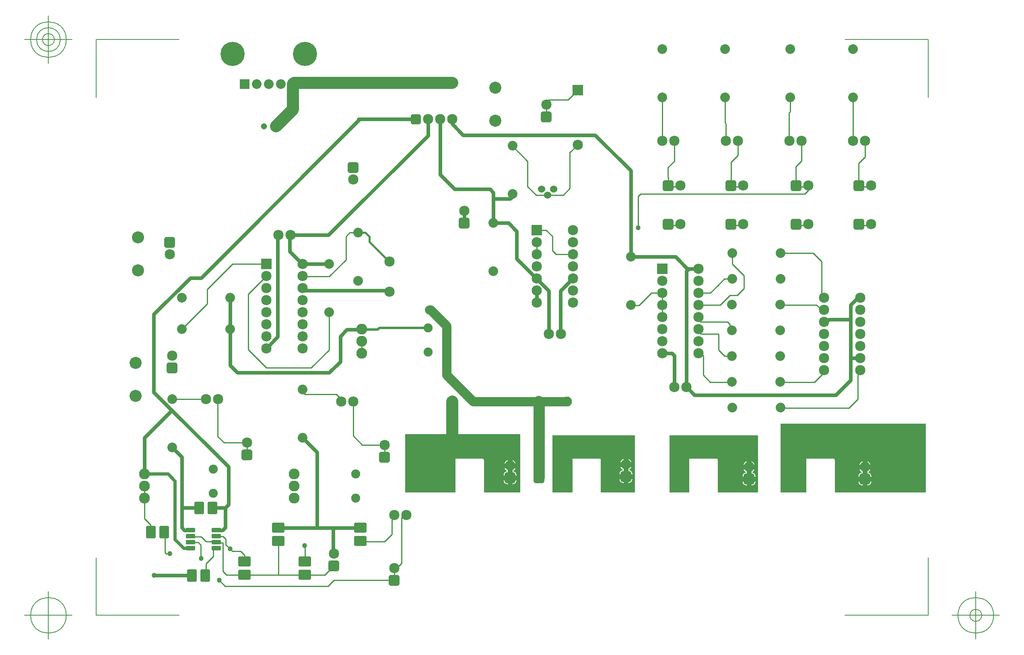
<source format=gbr>
G04 Generated by Ultiboard 14.0 *
%FSLAX25Y25*%
%MOIN*%

%ADD10C,0.00001*%
%ADD11C,0.00005*%
%ADD12C,0.01000*%
%ADD13C,0.03000*%
%ADD14C,0.02700*%
%ADD15C,0.01500*%
%ADD16C,0.10000*%
%ADD17C,0.07781*%
%ADD18C,0.02000*%
%ADD19C,0.09415*%
%ADD20C,0.00500*%
%ADD21C,0.08500*%
%ADD22C,0.08000*%
%ADD23C,0.09000*%
%ADD24R,0.06300X0.08300*%
%ADD25C,0.01900*%
%ADD26R,0.06102X0.02362*%
%ADD27C,0.01200*%
%ADD28C,0.10000*%
%ADD29R,0.05083X0.05083*%
%ADD30C,0.03917*%
%ADD31R,0.08500X0.08500*%
%ADD32C,0.06000*%
%ADD33R,0.08300X0.06300*%
%ADD34R,0.05167X0.05167*%
%ADD35C,0.03333*%
%ADD36C,0.08334*%
%ADD37C,0.05166*%
%ADD38C,0.20000*%
%ADD39R,0.08000X0.08000*%
%ADD40C,0.07500*%
%ADD41C,0.04037*%


G04 ColorRGB 00FF00 for the following layer *
%LNCopper Top*%
%LPD*%
G54D10*
G36*
X588100Y129107D02*
G75*
D01*
G03X587093Y128100I0J-1007*
G01*
X587093Y128100D01*
X587093Y101007D01*
X566000Y101007D01*
X566000Y157900D01*
X686000Y157900D01*
X686000Y101007D01*
X611007Y101007D01*
X611007Y128100D01*
G74*
D01*
G03X610000Y129107I1007J0*
G01*
X610000Y129107D01*
X588100Y129107D01*
D02*
G37*
%LPC*%
G36*
X633459Y106483D02*
X633459Y106483D01*
X634044Y106483D01*
X634044Y110044D01*
X630483Y110044D01*
X630483Y109459D01*
G75*
D01*
G03X633459Y106483I2976J0*
G01*
D02*
G37*
G36*
X638542Y106483D02*
G75*
D01*
G03X641517Y109459I-1J2976*
G01*
X641517Y109459D01*
X641517Y110044D01*
X637956Y110044D01*
X637956Y106483D01*
X638542Y106483D01*
D02*
G37*
G36*
X634000Y112000D02*
G75*
D01*
G03X634000Y112000I2000J0*
G01*
D02*
G37*
G36*
X631089Y123863D02*
X631089Y123863D01*
X634137Y123863D01*
X634137Y126911D01*
G74*
D01*
G03X631089Y123863I1863J4911*
G01*
D02*
G37*
G36*
X637863Y126911D02*
X637863Y126911D01*
X637863Y123863D01*
X640911Y123863D01*
G74*
D01*
G03X637863Y126911I4911J1863*
G01*
D02*
G37*
G36*
X637956Y117125D02*
X637956Y117125D01*
X637956Y113956D01*
X641517Y113956D01*
X641517Y114542D01*
G74*
D01*
G03X638727Y117511I2975J0*
G01*
G74*
D01*
G03X640911Y120137I2727J4489*
G01*
X640911Y120137D01*
X637863Y120137D01*
X637863Y117089D01*
G74*
D01*
G03X637956Y117125I1849J4916*
G01*
D02*
G37*
G36*
X634044Y117125D02*
G74*
D01*
G03X634137Y117089I1942J4880*
G01*
X634137Y117089D01*
X634137Y120137D01*
X631089Y120137D01*
G74*
D01*
G03X633273Y117511I4911J1863*
G01*
G74*
D01*
G03X630483Y114542I184J2968*
G01*
X630483Y114542D01*
X630483Y113956D01*
X634044Y113956D01*
X634044Y117125D01*
D02*
G37*
G36*
X634250Y122000D02*
G75*
D01*
G03X634250Y122000I1750J0*
G01*
D02*
G37*
%LPD*%
G36*
X296493Y128100D02*
G75*
D01*
G02X297500Y129107I1007J0*
G01*
X297500Y129107D01*
X319400Y129107D01*
G74*
D01*
G02X319852Y129000I0J1007*
G01*
X319852Y129000D01*
X320000Y129000D01*
X320000Y128909D01*
G74*
D01*
G02X320407Y128100I600J809*
G01*
X320407Y128100D01*
X320407Y101007D01*
X350000Y101007D01*
X350000Y149000D01*
X255000Y149000D01*
X255000Y101000D01*
X284879Y101000D01*
G75*
D01*
G02X285000Y101007I119J-1000*
G01*
X285000Y101007D01*
X296493Y101007D01*
X296493Y128100D01*
D02*
G37*
%LPC*%
G36*
X339459Y107483D02*
G75*
D01*
G02X336483Y110459I0J2976*
G01*
X336483Y110459D01*
X336483Y111044D01*
X340044Y111044D01*
X340044Y107483D01*
X339459Y107483D01*
D02*
G37*
G36*
X344542Y107483D02*
X344542Y107483D01*
X343956Y107483D01*
X343956Y111044D01*
X347517Y111044D01*
X347517Y110459D01*
G75*
D01*
G02X344542Y107483I-2975J-1*
G01*
D02*
G37*
G36*
X340000Y113000D02*
G75*
D01*
G02X340000Y113000I2000J0*
G01*
D02*
G37*
G36*
X337089Y124863D02*
G74*
D01*
G02X340137Y127911I4911J1863*
G01*
X340137Y127911D01*
X340137Y124863D01*
X337089Y124863D01*
D02*
G37*
G36*
X343863Y127911D02*
G74*
D01*
G02X346911Y124863I1863J4911*
G01*
X346911Y124863D01*
X343863Y124863D01*
X343863Y127911D01*
D02*
G37*
G36*
X343956Y118125D02*
G74*
D01*
G02X343863Y118089I1942J4880*
G01*
X343863Y118089D01*
X343863Y121137D01*
X346911Y121137D01*
G74*
D01*
G02X344727Y118511I4911J1863*
G01*
G74*
D01*
G02X347517Y115542I184J2968*
G01*
X347517Y115542D01*
X347517Y114956D01*
X343956Y114956D01*
X343956Y118125D01*
D02*
G37*
G36*
X340044Y118125D02*
X340044Y118125D01*
X340044Y114956D01*
X336483Y114956D01*
X336483Y115542D01*
G74*
D01*
G02X339273Y118511I2976J1*
G01*
G74*
D01*
G02X337089Y121137I2727J4489*
G01*
X337089Y121137D01*
X340137Y121137D01*
X340137Y118089D01*
G74*
D01*
G02X340044Y118125I1849J4916*
G01*
D02*
G37*
G36*
X340250Y123000D02*
G75*
D01*
G02X340250Y123000I1750J0*
G01*
D02*
G37*
%LPD*%
G36*
X491200Y129107D02*
G75*
D01*
G03X490193Y128100I0J-1007*
G01*
X490193Y128100D01*
X490193Y101007D01*
X474000Y101007D01*
X474000Y148000D01*
X547000Y148000D01*
X547000Y101007D01*
X514107Y101007D01*
X514107Y128100D01*
G74*
D01*
G03X513100Y129107I1007J0*
G01*
X513100Y129107D01*
X491200Y129107D01*
D02*
G37*
%LPC*%
G36*
X537459Y106483D02*
X537459Y106483D01*
X538044Y106483D01*
X538044Y110044D01*
X534483Y110044D01*
X534483Y109459D01*
G75*
D01*
G03X537459Y106483I2976J0*
G01*
D02*
G37*
G36*
X542542Y106483D02*
G75*
D01*
G03X545517Y109459I-1J2976*
G01*
X545517Y109459D01*
X545517Y110044D01*
X541956Y110044D01*
X541956Y106483D01*
X542542Y106483D01*
D02*
G37*
G36*
X538000Y112000D02*
G75*
D01*
G03X538000Y112000I2000J0*
G01*
D02*
G37*
G36*
X535089Y123863D02*
X535089Y123863D01*
X538137Y123863D01*
X538137Y126911D01*
G74*
D01*
G03X535089Y123863I1863J4911*
G01*
D02*
G37*
G36*
X541863Y126911D02*
X541863Y126911D01*
X541863Y123863D01*
X544911Y123863D01*
G74*
D01*
G03X541863Y126911I4911J1863*
G01*
D02*
G37*
G36*
X541956Y117125D02*
X541956Y117125D01*
X541956Y113956D01*
X545517Y113956D01*
X545517Y114542D01*
G74*
D01*
G03X542727Y117511I2975J0*
G01*
G74*
D01*
G03X544911Y120137I2727J4489*
G01*
X544911Y120137D01*
X541863Y120137D01*
X541863Y117089D01*
G74*
D01*
G03X541956Y117125I1849J4916*
G01*
D02*
G37*
G36*
X538044Y117125D02*
G74*
D01*
G03X538137Y117089I1942J4880*
G01*
X538137Y117089D01*
X538137Y120137D01*
X535089Y120137D01*
G74*
D01*
G03X537273Y117511I4911J1863*
G01*
G74*
D01*
G03X534483Y114542I184J2968*
G01*
X534483Y114542D01*
X534483Y113956D01*
X538044Y113956D01*
X538044Y117125D01*
D02*
G37*
G36*
X538250Y122000D02*
G75*
D01*
G03X538250Y122000I1750J0*
G01*
D02*
G37*
%LPD*%
G36*
X394400Y129107D02*
G75*
D01*
G03X393393Y128100I0J-1007*
G01*
X393393Y128100D01*
X393393Y101007D01*
X377000Y101007D01*
X377000Y148000D01*
X445000Y148000D01*
X445000Y101007D01*
X417307Y101007D01*
X417307Y128100D01*
G74*
D01*
G03X416300Y129107I1007J0*
G01*
X416300Y129107D01*
X394400Y129107D01*
D02*
G37*
%LPC*%
G36*
X435459Y108483D02*
X435459Y108483D01*
X436044Y108483D01*
X436044Y112044D01*
X432483Y112044D01*
X432483Y111459D01*
G75*
D01*
G03X435459Y108483I2976J0*
G01*
D02*
G37*
G36*
X440541Y108483D02*
G75*
D01*
G03X443517Y111459I0J2976*
G01*
X443517Y111459D01*
X443517Y112044D01*
X439956Y112044D01*
X439956Y108483D01*
X440541Y108483D01*
D02*
G37*
G36*
X436000Y114000D02*
G75*
D01*
G03X436000Y114000I2000J0*
G01*
D02*
G37*
G36*
X433089Y125863D02*
X433089Y125863D01*
X436137Y125863D01*
X436137Y128911D01*
G74*
D01*
G03X433089Y125863I1863J4911*
G01*
D02*
G37*
G36*
X439863Y128911D02*
X439863Y128911D01*
X439863Y125863D01*
X442911Y125863D01*
G74*
D01*
G03X439863Y128911I4911J1863*
G01*
D02*
G37*
G36*
X439956Y119125D02*
X439956Y119125D01*
X439956Y115956D01*
X443517Y115956D01*
X443517Y116542D01*
G74*
D01*
G03X440727Y119511I2976J1*
G01*
G74*
D01*
G03X442911Y122137I2727J4489*
G01*
X442911Y122137D01*
X439863Y122137D01*
X439863Y119089D01*
G74*
D01*
G03X439956Y119125I1849J4916*
G01*
D02*
G37*
G36*
X436044Y119125D02*
G74*
D01*
G03X436137Y119089I1942J4880*
G01*
X436137Y119089D01*
X436137Y122137D01*
X433089Y122137D01*
G74*
D01*
G03X435273Y119511I4911J1863*
G01*
G74*
D01*
G03X432483Y116542I184J2968*
G01*
X432483Y116542D01*
X432483Y115956D01*
X436044Y115956D01*
X436044Y119125D01*
D02*
G37*
G36*
X436250Y124000D02*
G75*
D01*
G03X436250Y124000I1750J0*
G01*
D02*
G37*
%LPD*%
G54D11*
X339459Y107483D02*
G75*
D01*
G02X336483Y110459I0J2976*
G01*
X336483Y111044D01*
X340044Y111044D01*
X340044Y107483D01*
X339459Y107483D01*
X344542Y107483D02*
X343956Y107483D01*
X343956Y111044D01*
X347517Y111044D01*
X347517Y110459D01*
G75*
D01*
G02X344542Y107483I-2975J-1*
G01*
X340000Y113000D02*
G75*
D01*
G02X340000Y113000I2000J0*
G01*
X337089Y124863D02*
G74*
D01*
G02X340137Y127911I4911J1863*
G01*
X340137Y124863D01*
X337089Y124863D01*
X343863Y127911D02*
G74*
D01*
G02X346911Y124863I1863J4911*
G01*
X343863Y124863D01*
X343863Y127911D01*
X343956Y118125D02*
G74*
D01*
G02X343863Y118089I1942J4880*
G01*
X343863Y121137D01*
X346911Y121137D01*
G74*
D01*
G02X344727Y118511I4911J1863*
G01*
G74*
D01*
G02X347517Y115542I184J2968*
G01*
X347517Y114956D01*
X343956Y114956D01*
X343956Y118125D01*
X340044Y118125D02*
X340044Y114956D01*
X336483Y114956D01*
X336483Y115542D01*
G74*
D01*
G02X339273Y118511I2976J1*
G01*
G74*
D01*
G02X337089Y121137I2727J4489*
G01*
X340137Y121137D01*
X340137Y118089D01*
G74*
D01*
G02X340044Y118125I1849J4916*
G01*
X340250Y123000D02*
G75*
D01*
G02X340250Y123000I1750J0*
G01*
X296493Y128100D02*
G75*
D01*
G02X297500Y129107I1007J0*
G01*
X319400Y129107D01*
G74*
D01*
G02X319852Y129000I0J1007*
G01*
X320000Y129000D01*
X320000Y128909D01*
G74*
D01*
G02X320407Y128100I600J809*
G01*
X320407Y101007D01*
X350000Y101007D01*
X350000Y149000D01*
X255000Y149000D01*
X255000Y101000D01*
X284879Y101000D01*
G75*
D01*
G02X285000Y101007I119J-1000*
G01*
X296493Y101007D01*
X296493Y128100D01*
X435459Y108483D02*
X436044Y108483D01*
X436044Y112044D01*
X432483Y112044D01*
X432483Y111459D01*
G75*
D01*
G03X435459Y108483I2976J0*
G01*
X440541Y108483D02*
G75*
D01*
G03X443517Y111459I0J2976*
G01*
X443517Y112044D01*
X439956Y112044D01*
X439956Y108483D01*
X440541Y108483D01*
X436000Y114000D02*
G75*
D01*
G03X436000Y114000I2000J0*
G01*
X433089Y125863D02*
X436137Y125863D01*
X436137Y128911D01*
G74*
D01*
G03X433089Y125863I1863J4911*
G01*
X439863Y128911D02*
X439863Y125863D01*
X442911Y125863D01*
G74*
D01*
G03X439863Y128911I4911J1863*
G01*
X439956Y119125D02*
X439956Y115956D01*
X443517Y115956D01*
X443517Y116542D01*
G74*
D01*
G03X440727Y119511I2976J1*
G01*
G74*
D01*
G03X442911Y122137I2727J4489*
G01*
X439863Y122137D01*
X439863Y119089D01*
G74*
D01*
G03X439956Y119125I1849J4916*
G01*
X436044Y119125D02*
G74*
D01*
G03X436137Y119089I1942J4880*
G01*
X436137Y122137D01*
X433089Y122137D01*
G74*
D01*
G03X435273Y119511I4911J1863*
G01*
G74*
D01*
G03X432483Y116542I184J2968*
G01*
X432483Y115956D01*
X436044Y115956D01*
X436044Y119125D01*
X436250Y124000D02*
G75*
D01*
G03X436250Y124000I1750J0*
G01*
X394400Y129107D02*
G75*
D01*
G03X393393Y128100I0J-1007*
G01*
X393393Y101007D01*
X377000Y101007D01*
X377000Y148000D01*
X445000Y148000D01*
X445000Y101007D01*
X417307Y101007D01*
X417307Y128100D01*
G74*
D01*
G03X416300Y129107I1007J0*
G01*
X394400Y129107D01*
X537459Y106483D02*
X538044Y106483D01*
X538044Y110044D01*
X534483Y110044D01*
X534483Y109459D01*
G75*
D01*
G03X537459Y106483I2976J0*
G01*
X542542Y106483D02*
G75*
D01*
G03X545517Y109459I-1J2976*
G01*
X545517Y110044D01*
X541956Y110044D01*
X541956Y106483D01*
X542542Y106483D01*
X538000Y112000D02*
G75*
D01*
G03X538000Y112000I2000J0*
G01*
X535089Y123863D02*
X538137Y123863D01*
X538137Y126911D01*
G74*
D01*
G03X535089Y123863I1863J4911*
G01*
X541863Y126911D02*
X541863Y123863D01*
X544911Y123863D01*
G74*
D01*
G03X541863Y126911I4911J1863*
G01*
X541956Y117125D02*
X541956Y113956D01*
X545517Y113956D01*
X545517Y114542D01*
G74*
D01*
G03X542727Y117511I2975J0*
G01*
G74*
D01*
G03X544911Y120137I2727J4489*
G01*
X541863Y120137D01*
X541863Y117089D01*
G74*
D01*
G03X541956Y117125I1849J4916*
G01*
X538044Y117125D02*
G74*
D01*
G03X538137Y117089I1942J4880*
G01*
X538137Y120137D01*
X535089Y120137D01*
G74*
D01*
G03X537273Y117511I4911J1863*
G01*
G74*
D01*
G03X534483Y114542I184J2968*
G01*
X534483Y113956D01*
X538044Y113956D01*
X538044Y117125D01*
X538250Y122000D02*
G75*
D01*
G03X538250Y122000I1750J0*
G01*
X491200Y129107D02*
G75*
D01*
G03X490193Y128100I0J-1007*
G01*
X490193Y101007D01*
X474000Y101007D01*
X474000Y148000D01*
X547000Y148000D01*
X547000Y101007D01*
X514107Y101007D01*
X514107Y128100D01*
G74*
D01*
G03X513100Y129107I1007J0*
G01*
X491200Y129107D01*
X633459Y106483D02*
X634044Y106483D01*
X634044Y110044D01*
X630483Y110044D01*
X630483Y109459D01*
G75*
D01*
G03X633459Y106483I2976J0*
G01*
X638542Y106483D02*
G75*
D01*
G03X641517Y109459I-1J2976*
G01*
X641517Y110044D01*
X637956Y110044D01*
X637956Y106483D01*
X638542Y106483D01*
X634000Y112000D02*
G75*
D01*
G03X634000Y112000I2000J0*
G01*
X631089Y123863D02*
X634137Y123863D01*
X634137Y126911D01*
G74*
D01*
G03X631089Y123863I1863J4911*
G01*
X637863Y126911D02*
X637863Y123863D01*
X640911Y123863D01*
G74*
D01*
G03X637863Y126911I4911J1863*
G01*
X637956Y117125D02*
X637956Y113956D01*
X641517Y113956D01*
X641517Y114542D01*
G74*
D01*
G03X638727Y117511I2975J0*
G01*
G74*
D01*
G03X640911Y120137I2727J4489*
G01*
X637863Y120137D01*
X637863Y117089D01*
G74*
D01*
G03X637956Y117125I1849J4916*
G01*
X634044Y117125D02*
G74*
D01*
G03X634137Y117089I1942J4880*
G01*
X634137Y120137D01*
X631089Y120137D01*
G74*
D01*
G03X633273Y117511I4911J1863*
G01*
G74*
D01*
G03X630483Y114542I184J2968*
G01*
X630483Y113956D01*
X634044Y113956D01*
X634044Y117125D01*
X634250Y122000D02*
G75*
D01*
G03X634250Y122000I1750J0*
G01*
X588100Y129107D02*
G75*
D01*
G03X587093Y128100I0J-1007*
G01*
X587093Y101007D01*
X566000Y101007D01*
X566000Y157900D01*
X686000Y157900D01*
X686000Y101007D01*
X611007Y101007D01*
X611007Y128100D01*
G74*
D01*
G03X610000Y129107I1007J0*
G01*
X588100Y129107D01*
G54D12*
X219000Y226000D02*
X219000Y216000D01*
X140000Y290000D02*
X112000Y290000D01*
X91000Y269000D01*
X125000Y219000D02*
X125000Y265000D01*
X140000Y280000D01*
X104000Y59000D02*
X99130Y59000D01*
X98630Y59500D01*
X177250Y204000D02*
X140000Y204000D01*
X192000Y218750D02*
X177250Y204000D01*
X140000Y204000D02*
X125000Y219000D01*
X44083Y74217D02*
X44083Y68000D01*
X391550Y382650D02*
X391550Y352750D01*
X386000Y347200D01*
X372000Y412000D02*
X372000Y424000D01*
X39000Y79300D02*
X44083Y74217D01*
X39000Y79300D02*
X39000Y106000D01*
X98630Y64500D02*
X104200Y64500D01*
X106600Y62100D01*
X106600Y57500D01*
X172000Y43500D02*
X172000Y56100D01*
X104000Y35500D02*
X104000Y59000D01*
X104000Y35500D02*
X107000Y32500D01*
X188500Y32500D01*
X196000Y40000D01*
X150000Y60500D02*
X150000Y32700D01*
X149800Y32500D01*
X91000Y257050D02*
X71200Y237250D01*
X91000Y269000D02*
X91000Y257050D01*
X71200Y237250D02*
X71100Y237250D01*
X192000Y250000D02*
X192000Y218750D01*
X112100Y52000D02*
X118800Y52000D01*
X122000Y43500D02*
X122000Y48800D01*
X118800Y52000D01*
X106600Y57500D02*
X112100Y52000D01*
X507958Y266000D02*
X514500Y272542D01*
X498000Y266000D02*
X507958Y266000D01*
X526000Y277651D02*
X519609Y277651D01*
X514500Y272542D01*
X583333Y392000D02*
X583333Y375433D01*
X578800Y370900D01*
X578800Y355200D01*
X579000Y355000D01*
X85900Y57300D02*
X85900Y46100D01*
X101000Y28000D02*
X105900Y23100D01*
X209200Y316000D02*
X216000Y316000D01*
X206050Y312850D02*
X209200Y316000D01*
X206050Y293450D02*
X206050Y312850D01*
X574000Y428000D02*
X574000Y416100D01*
X573300Y415400D02*
X573300Y392033D01*
X573300Y415400D02*
X574000Y416100D01*
X98630Y60000D02*
X90200Y60000D01*
X98630Y59500D02*
X98630Y60000D01*
X100500Y59500D02*
X98630Y59500D01*
X90200Y60000D02*
X86200Y64000D01*
X77370Y64000D01*
X77370Y64500D01*
X168500Y36000D02*
X172000Y32500D01*
X175500Y36000D02*
X172000Y32500D01*
X498000Y234000D02*
X498000Y236000D01*
X514607Y232000D02*
X500000Y232000D01*
X498000Y234000D01*
X514900Y218700D02*
X514900Y231707D01*
X514607Y232000D01*
X519900Y213700D02*
X514900Y218700D01*
X525680Y213700D02*
X519900Y213700D01*
X98630Y64000D02*
X98630Y64500D01*
X60000Y50000D02*
X57000Y50000D01*
X56000Y51000D01*
X56000Y68000D01*
X55750Y68000D01*
X83700Y59500D02*
X77370Y59500D01*
X85900Y57300D02*
X83700Y59500D01*
X191250Y23100D02*
X106000Y23100D01*
X196150Y28000D02*
X191250Y23100D01*
X246000Y28000D02*
X196150Y28000D01*
X246000Y38000D02*
X246000Y28000D01*
X246000Y38000D02*
X248000Y38000D01*
X252000Y42000D01*
X252000Y80000D01*
X254000Y82000D01*
X256000Y82000D01*
X459000Y266000D02*
X468000Y266000D01*
X468000Y256000D01*
X448900Y255900D02*
X459000Y266000D01*
X468000Y256000D02*
X468000Y246000D01*
X448900Y255900D02*
X442400Y255900D01*
X96000Y54500D02*
X96000Y47900D01*
X98630Y54500D02*
X96000Y54500D01*
X96000Y47900D02*
X90000Y41900D01*
X90000Y34000D01*
X89917Y34000D02*
X89917Y32000D01*
X90000Y34000D02*
X89500Y34000D01*
X244000Y78000D02*
X244000Y66000D01*
X246000Y80000D02*
X244000Y78000D01*
X246000Y82000D02*
X246000Y80000D01*
X244000Y66000D02*
X238150Y60150D01*
X218350Y60150D01*
X218000Y60500D01*
X192250Y279650D02*
X170350Y279650D01*
X170000Y280000D01*
X206050Y293450D02*
X192250Y279650D01*
X522000Y242000D02*
X500000Y242000D01*
X498000Y244000D01*
X498000Y246000D01*
X524000Y240000D02*
X522000Y242000D01*
X524000Y236709D02*
X524000Y240000D01*
X525714Y234994D02*
X524000Y236709D01*
X212000Y147650D02*
X212000Y176000D01*
X219650Y140000D02*
X212000Y147650D01*
X238000Y140000D02*
X219650Y140000D01*
X238000Y140000D02*
X238000Y130000D01*
X99950Y147100D02*
X99950Y177950D01*
X105050Y142000D02*
X99950Y147100D01*
X124000Y142000D02*
X105050Y142000D01*
X124000Y142000D02*
X124000Y132000D01*
X90000Y178000D02*
X62000Y178000D01*
X172000Y182000D02*
X170000Y184000D01*
X170000Y186000D01*
X198000Y182000D02*
X172000Y182000D01*
X202000Y178000D02*
X198000Y182000D01*
X202000Y176000D02*
X202000Y178000D01*
X394000Y298000D02*
X380000Y298000D01*
X377000Y301000D01*
X377000Y313000D01*
X371950Y318050D01*
X633000Y355000D02*
X631000Y355000D01*
X631000Y359900D02*
X631000Y355000D01*
X634000Y354000D02*
X633000Y355000D01*
X638000Y354000D02*
X634000Y354000D01*
X630900Y360000D02*
X631000Y359900D01*
X630900Y360000D02*
X630900Y373600D01*
X371950Y318050D02*
X364050Y318050D01*
X639000Y355000D02*
X638000Y354000D01*
X630900Y373600D02*
X636000Y378700D01*
X364050Y318050D02*
X364000Y318000D01*
X641000Y355000D02*
X639000Y355000D01*
X636000Y378700D02*
X636000Y392000D01*
X448000Y346000D02*
X448000Y320000D01*
X450000Y348000D02*
X448000Y346000D01*
X586000Y348000D02*
X450000Y348000D01*
X589000Y351000D02*
X586000Y348000D01*
X589000Y355000D02*
X589000Y351000D01*
X589000Y355000D02*
X587000Y355000D01*
X586000Y354000D02*
X582000Y354000D01*
X587000Y355000D02*
X586000Y354000D01*
X582000Y354000D02*
X581000Y355000D01*
X579000Y355000D01*
X475000Y355000D02*
X473000Y355000D01*
X473000Y361700D02*
X473000Y355000D01*
X480000Y354000D02*
X476000Y354000D01*
X475000Y355000D01*
X472957Y361743D02*
X473000Y361700D01*
X472957Y361743D02*
X472957Y370157D01*
X481000Y355000D02*
X480000Y354000D01*
X472957Y370157D02*
X478000Y375200D01*
X483000Y355000D02*
X481000Y355000D01*
X478000Y375200D02*
X478000Y392000D01*
X527000Y355000D02*
X525000Y355000D01*
X525000Y374333D02*
X525000Y355000D01*
X532000Y354000D02*
X528000Y354000D01*
X527000Y355000D01*
X525000Y374333D02*
X530667Y380000D01*
X533000Y355000D02*
X532000Y354000D01*
X530667Y380000D02*
X530667Y392000D01*
X535000Y355000D02*
X533000Y355000D01*
X364000Y308000D02*
X364000Y298000D01*
X468000Y428000D02*
X468000Y392000D01*
X520000Y428000D02*
X520000Y407300D01*
X520667Y406633D02*
X520667Y392000D01*
X520000Y407300D02*
X520667Y406633D01*
X626000Y428000D02*
X626000Y415000D01*
X626000Y392000D01*
X386000Y347200D02*
X363750Y347200D01*
X356650Y354300D01*
X356650Y375200D01*
X391926Y382650D02*
X398000Y388724D01*
X391550Y382650D02*
X391926Y382650D01*
X356650Y375200D02*
X344000Y387850D01*
X344000Y388000D01*
X390000Y426000D02*
X374000Y426000D01*
X372000Y424000D01*
X394300Y430300D02*
X390000Y426000D01*
X398000Y434000D02*
X394300Y430300D01*
X622900Y170900D02*
X566109Y170900D01*
X566000Y171009D01*
X630000Y178000D02*
X622900Y170900D01*
X630000Y198000D02*
X630000Y178000D01*
X632000Y200000D02*
X630000Y198000D01*
X632000Y202000D02*
X632000Y200000D01*
X594100Y192100D02*
X565952Y192100D01*
X565714Y192337D01*
X602000Y200000D02*
X594100Y192100D01*
X602000Y202000D02*
X602000Y200000D01*
X595700Y256300D02*
X565737Y256300D01*
X600000Y252000D02*
X595700Y256300D01*
X602000Y252000D02*
X600000Y252000D01*
X593000Y299000D02*
X566020Y299000D01*
X600000Y292000D02*
X593000Y299000D01*
X600000Y266000D02*
X600000Y292000D01*
X602000Y264000D02*
X600000Y266000D01*
X602000Y262000D02*
X602000Y264000D01*
X633000Y323000D02*
X631000Y323000D01*
X638000Y322000D02*
X634000Y322000D01*
X633000Y323000D01*
X639000Y323000D02*
X638000Y322000D01*
X641000Y323000D02*
X639000Y323000D01*
X581000Y323000D02*
X579000Y323000D01*
X586000Y322000D02*
X582000Y322000D01*
X581000Y323000D01*
X587000Y323000D02*
X586000Y322000D01*
X589000Y323000D02*
X587000Y323000D01*
X527000Y323000D02*
X525000Y323000D01*
X532000Y322000D02*
X528000Y322000D01*
X527000Y323000D01*
X533000Y323000D02*
X532000Y322000D01*
X535000Y323000D02*
X533000Y323000D01*
X475000Y323000D02*
X473000Y323000D01*
X480000Y322000D02*
X476000Y322000D01*
X475000Y323000D01*
X481000Y323000D02*
X480000Y322000D01*
X483000Y323000D02*
X481000Y323000D01*
X516200Y256200D02*
X498000Y256200D01*
X498000Y256000D01*
X524000Y264000D02*
X516200Y256200D01*
X530000Y264000D02*
X524000Y264000D01*
X535700Y269700D02*
X530000Y264000D01*
X535700Y280600D02*
X535700Y269700D01*
X526000Y290300D02*
X535700Y280600D01*
X526000Y290300D02*
X526000Y298980D01*
X502000Y214000D02*
X500000Y216000D01*
X498000Y216000D01*
X502000Y198000D02*
X502000Y214000D01*
X507700Y192300D02*
X502000Y198000D01*
X525677Y192300D02*
X507700Y192300D01*
X525677Y192300D02*
X525714Y192337D01*
G54D13*
X374050Y232050D02*
X374050Y267950D01*
X383900Y232100D02*
X383900Y267900D01*
X394000Y278000D01*
X159600Y313600D02*
X159600Y300400D01*
X159600Y313600D02*
X160000Y314000D01*
X149650Y313650D02*
X149650Y229650D01*
X149650Y313650D02*
X150000Y314000D01*
X149650Y229650D02*
X140000Y220000D01*
X478000Y188000D02*
X478000Y214000D01*
X476000Y216000D01*
X476000Y216000D02*
X468000Y216000D01*
X479000Y296000D02*
X489500Y285500D01*
X442000Y296000D02*
X479000Y296000D01*
X374050Y267950D02*
X347600Y294400D01*
X150000Y71500D02*
X218000Y71500D01*
X159600Y300400D02*
X170200Y289800D01*
X160000Y314000D02*
X191650Y314000D01*
X274050Y396400D01*
X264000Y410000D02*
X216507Y410000D01*
X217500Y410000D02*
X86100Y278600D01*
X303150Y396950D02*
X412450Y396950D01*
X442000Y367400D01*
X442000Y296000D01*
X46900Y183900D02*
X108800Y122000D01*
X108800Y90800D02*
X106000Y88000D01*
X108800Y122000D02*
X108800Y90800D01*
X39000Y116000D02*
X39000Y146100D01*
X61850Y168950D01*
X98630Y69500D02*
X103700Y69500D01*
X106000Y71800D01*
X106000Y88000D01*
X84100Y88400D02*
X84500Y88000D01*
X70000Y130000D02*
X62000Y138000D01*
X77370Y69500D02*
X72200Y69500D01*
X70000Y71700D01*
X70000Y130000D01*
X84500Y88000D02*
X70100Y88000D01*
X70000Y88100D01*
X77000Y278600D02*
X46900Y248500D01*
X46900Y183900D01*
X86100Y278600D02*
X77000Y278600D01*
X504175Y181525D02*
X494975Y181525D01*
X488375Y188125D01*
X611721Y181500D02*
X504314Y181500D01*
X611721Y181500D02*
X624000Y193779D01*
X182000Y71500D02*
X182000Y134000D01*
X170000Y146000D01*
X47000Y32000D02*
X78500Y32000D01*
X106000Y88000D02*
X95917Y88000D01*
X347600Y317200D02*
X347600Y294400D01*
X340800Y324000D02*
X347600Y317200D01*
X328000Y324000D02*
X340800Y324000D01*
X328200Y349200D02*
X328200Y324200D01*
X328000Y324000D01*
X328200Y344000D02*
X342000Y344000D01*
X328200Y349200D02*
X325400Y352000D01*
X342000Y344000D02*
X344000Y346000D01*
X344000Y348000D01*
X325400Y352000D02*
X296050Y352000D01*
X284000Y364050D01*
X284000Y408000D01*
X284000Y410000D01*
X498000Y286000D02*
X490000Y286000D01*
X488250Y284250D02*
X488250Y188250D01*
X490000Y286000D02*
X488250Y284250D01*
X303150Y396950D02*
X294000Y406100D01*
X624000Y214000D02*
X624000Y193779D01*
X294000Y406100D02*
X294000Y410000D01*
X629950Y212050D02*
X624000Y212050D01*
X624000Y214000D02*
X624000Y244000D01*
X632000Y212000D02*
X630000Y212000D01*
X624000Y244000D02*
X606000Y244000D01*
X624000Y256000D02*
X624000Y244000D01*
X604000Y242000D02*
X602000Y242000D01*
X606000Y244000D02*
X604000Y242000D01*
X624000Y256000D02*
X630000Y262000D01*
X632000Y262000D02*
X630000Y262000D01*
X172000Y268000D02*
X170000Y270000D01*
X240000Y268000D02*
X172000Y268000D01*
X304000Y334000D02*
X304000Y324000D01*
X274050Y396400D02*
X274050Y409950D01*
X192000Y290000D02*
X170000Y290000D01*
X219000Y236000D02*
X216000Y236000D01*
X215800Y235800D02*
X206900Y235800D01*
X216000Y236000D02*
X215800Y235800D01*
X206900Y235800D02*
X201400Y230300D01*
X201400Y209179D01*
X192221Y200000D01*
X116000Y200000D01*
X110000Y206000D01*
X110000Y236000D01*
X110000Y262000D01*
X78000Y34000D02*
X78500Y34000D01*
X195500Y50500D02*
X195500Y71500D01*
X195500Y50500D02*
X196000Y50000D01*
X364000Y258000D02*
X364000Y268000D01*
G54D14*
X77370Y54500D02*
X71800Y54500D01*
X58700Y116000D02*
X39000Y116000D01*
X64405Y110295D02*
X58700Y116000D01*
X71800Y54500D02*
X64405Y61895D01*
X64405Y110295D01*
G54D15*
X242300Y291700D02*
X225400Y308600D01*
X225400Y312800D01*
X222200Y316000D01*
X222200Y316000D02*
X216000Y316000D01*
G54D16*
X163000Y440000D02*
X284000Y440000D01*
X163000Y440000D02*
X162000Y439000D01*
X162000Y418000D01*
X148000Y404000D01*
X294000Y176000D02*
X294000Y140200D01*
X294000Y440000D02*
X284000Y440000D01*
G54D17*
X275000Y252000D02*
X276200Y252000D01*
X289400Y238800D01*
X289400Y198200D01*
X311600Y176000D01*
X389000Y176000D01*
G54D18*
X274000Y237000D02*
X233800Y237000D01*
X232600Y235800D01*
X219500Y235800D01*
G54D19*
X366000Y113000D02*
X366000Y175900D01*
X365900Y176000D01*
G54D20*
X-1000Y-1000D02*
X-1000Y46700D01*
X-1000Y-1000D02*
X67950Y-1000D01*
X688500Y-1000D02*
X619550Y-1000D01*
X688500Y-1000D02*
X688500Y46700D01*
X688500Y476000D02*
X688500Y428300D01*
X688500Y476000D02*
X619550Y476000D01*
X-1000Y476000D02*
X67950Y476000D01*
X-1000Y476000D02*
X-1000Y428300D01*
X-20685Y-1000D02*
X-60055Y-1000D01*
X-40370Y-20685D02*
X-40370Y18685D01*
X-55134Y-1000D02*
G75*
D01*
G02X-55134Y-1000I14764J0*
G01*
X708185Y-1000D02*
X747555Y-1000D01*
X727870Y-20685D02*
X727870Y18685D01*
X713106Y-1000D02*
G75*
D01*
G02X713106Y-1000I14764J0*
G01*
X722949Y-1000D02*
G75*
D01*
G02X722949Y-1000I4921J0*
G01*
X-20685Y476000D02*
X-60055Y476000D01*
X-40370Y456315D02*
X-40370Y495685D01*
X-55134Y476000D02*
G75*
D01*
G02X-55134Y476000I14764J0*
G01*
X-50213Y476000D02*
G75*
D01*
G02X-50213Y476000I9843J0*
G01*
X-45291Y476000D02*
G75*
D01*
G02X-45291Y476000I4921J0*
G01*
G54D21*
X90000Y178000D03*
X100000Y178000D03*
X62000Y214000D03*
X140000Y220000D03*
X170000Y220000D03*
X140000Y230000D03*
X170000Y230000D03*
X140000Y240000D03*
X170000Y240000D03*
X140000Y250000D03*
X170000Y250000D03*
X140000Y260000D03*
X170000Y260000D03*
X140000Y270000D03*
X170000Y270000D03*
X140000Y280000D03*
X170000Y280000D03*
X170000Y290000D03*
X160000Y314000D03*
X150000Y314000D03*
X202000Y176000D03*
X212000Y176000D03*
X242000Y267000D03*
X242000Y292000D03*
X60000Y298000D03*
X372000Y422000D03*
X468000Y216000D03*
X498000Y216000D03*
X468000Y226000D03*
X498000Y226000D03*
X468000Y236000D03*
X498000Y236000D03*
X468000Y246000D03*
X498000Y246000D03*
X468000Y256000D03*
X498000Y256000D03*
X468000Y266000D03*
X498000Y266000D03*
X468000Y276000D03*
X498000Y276000D03*
X498000Y286000D03*
X488000Y188000D03*
X478000Y188000D03*
X196000Y50000D03*
X535000Y323000D03*
X589000Y323000D03*
X641000Y323000D03*
X274000Y410000D03*
X284000Y410000D03*
X294000Y410000D03*
X264000Y440000D03*
X274000Y440000D03*
X284000Y440000D03*
X294000Y440000D03*
X641000Y355000D03*
X483000Y355000D03*
X438000Y124000D03*
X540000Y122000D03*
X636000Y122000D03*
X602000Y202000D03*
X632000Y202000D03*
X602000Y212000D03*
X632000Y212000D03*
X602000Y222000D03*
X632000Y222000D03*
X602000Y232000D03*
X632000Y232000D03*
X602000Y242000D03*
X632000Y242000D03*
X602000Y252000D03*
X632000Y252000D03*
X602000Y262000D03*
X632000Y262000D03*
X246000Y82000D03*
X256000Y82000D03*
X535000Y355000D03*
X520667Y392000D03*
X530667Y392000D03*
X468000Y392000D03*
X478000Y392000D03*
X573333Y392000D03*
X583333Y392000D03*
X626000Y392000D03*
X636000Y392000D03*
X589000Y355000D03*
X304000Y334000D03*
X483000Y323000D03*
X124000Y142000D03*
X238000Y140000D03*
X246000Y38000D03*
X384000Y232000D03*
X374000Y232000D03*
X364000Y258000D03*
X394000Y258000D03*
X364000Y268000D03*
X394000Y268000D03*
X364000Y278000D03*
X394000Y278000D03*
X364000Y288000D03*
X394000Y288000D03*
X364000Y298000D03*
X394000Y298000D03*
X364000Y308000D03*
X394000Y308000D03*
X394000Y318000D03*
X398000Y388724D03*
X212000Y360000D03*
X342000Y123000D03*
X366000Y123000D03*
G54D22*
X62000Y178000D03*
X62000Y138000D03*
X110000Y236000D03*
X70000Y236000D03*
X110000Y262000D03*
X70000Y262000D03*
X192000Y290000D03*
X192000Y250000D03*
X170000Y186000D03*
X170000Y146000D03*
X216000Y276000D03*
X216000Y316000D03*
X626000Y428000D03*
X626000Y468000D03*
X468000Y428000D03*
X468000Y468000D03*
X344000Y348000D03*
X344000Y388000D03*
X442000Y296000D03*
X442000Y256000D03*
X566000Y298980D03*
X526000Y298980D03*
X565714Y256323D03*
X525714Y256323D03*
X565714Y234994D03*
X525714Y234994D03*
X565714Y213666D03*
X525714Y213666D03*
X566000Y171009D03*
X526000Y171009D03*
X328000Y324000D03*
X328000Y284000D03*
X566000Y277651D03*
X526000Y277651D03*
X520000Y428000D03*
X520000Y468000D03*
X574000Y428000D03*
X574000Y468000D03*
X132000Y439000D03*
X142000Y439000D03*
X152000Y439000D03*
X162000Y439000D03*
X565714Y192337D03*
X525714Y192337D03*
G54D23*
X39000Y106000D03*
X39000Y116000D03*
X39000Y96000D03*
X219000Y236000D03*
X219000Y226000D03*
X219000Y216000D03*
X163000Y106000D03*
X163000Y116000D03*
X163000Y96000D03*
G54D24*
X55500Y68000D03*
X44500Y68000D03*
X78500Y32000D03*
X89500Y32000D03*
X84500Y88000D03*
X95500Y88000D03*
G54D25*
X52350Y63850D02*
X58650Y63850D01*
X58650Y72150D01*
X52350Y72150D01*
X52350Y63850D01*D02*
X41350Y63850D02*
X47650Y63850D01*
X47650Y72150D01*
X41350Y72150D01*
X41350Y63850D01*D02*
X75350Y27850D02*
X81650Y27850D01*
X81650Y36150D01*
X75350Y36150D01*
X75350Y27850D01*D02*
X86350Y27850D02*
X92650Y27850D01*
X92650Y36150D01*
X86350Y36150D01*
X86350Y27850D01*D02*
X81350Y83850D02*
X87650Y83850D01*
X87650Y92150D01*
X81350Y92150D01*
X81350Y83850D01*D02*
X92350Y83850D02*
X98650Y83850D01*
X98650Y92150D01*
X92350Y92150D01*
X92350Y83850D01*D02*
X167850Y40350D02*
X176150Y40350D01*
X176150Y46650D01*
X167850Y46650D01*
X167850Y40350D01*D02*
X167850Y29350D02*
X176150Y29350D01*
X176150Y35650D01*
X167850Y35650D01*
X167850Y29350D01*D02*
X145850Y68350D02*
X154150Y68350D01*
X154150Y74650D01*
X145850Y74650D01*
X145850Y68350D01*D02*
X145850Y57350D02*
X154150Y57350D01*
X154150Y63650D01*
X145850Y63650D01*
X145850Y57350D01*D02*
X117850Y29350D02*
X126150Y29350D01*
X126150Y35650D01*
X117850Y35650D01*
X117850Y29350D01*D02*
X117850Y40350D02*
X126150Y40350D01*
X126150Y46650D01*
X117850Y46650D01*
X117850Y40350D01*D02*
X213850Y68350D02*
X222150Y68350D01*
X222150Y74650D01*
X213850Y74650D01*
X213850Y68350D01*D02*
X213850Y57350D02*
X222150Y57350D01*
X222150Y63650D01*
X213850Y63650D01*
X213850Y57350D01*D02*
G54D26*
X77370Y54500D03*
X77370Y59500D03*
X77370Y69500D03*
X77370Y64500D03*
X98630Y54500D03*
X98630Y59500D03*
X98630Y69500D03*
X98630Y64500D03*
G54D27*
X74319Y53319D02*
X80421Y53319D01*
X80421Y55681D01*
X74319Y55681D01*
X74319Y53319D01*D02*
X74319Y58319D02*
X80421Y58319D01*
X80421Y60681D01*
X74319Y60681D01*
X74319Y58319D01*D02*
X74319Y68319D02*
X80421Y68319D01*
X80421Y70681D01*
X74319Y70681D01*
X74319Y68319D01*D02*
X74319Y63319D02*
X80421Y63319D01*
X80421Y65681D01*
X74319Y65681D01*
X74319Y63319D01*D02*
X95579Y53319D02*
X101681Y53319D01*
X101681Y55681D01*
X95579Y55681D01*
X95579Y53319D01*D02*
X95579Y58319D02*
X101681Y58319D01*
X101681Y60681D01*
X95579Y60681D01*
X95579Y58319D01*D02*
X95579Y68319D02*
X101681Y68319D01*
X101681Y70681D01*
X95579Y70681D01*
X95579Y68319D01*D02*
X95579Y63319D02*
X101681Y63319D01*
X101681Y65681D01*
X95579Y65681D01*
X95579Y63319D01*D02*
G54D28*
X31800Y208000D03*
X31800Y180900D03*
X33800Y312000D03*
X33800Y284900D03*
X329800Y436000D03*
X329800Y408900D03*
G54D29*
X62000Y204000D03*
X60000Y308000D03*
X372000Y412000D03*
X196000Y40000D03*
X525000Y323000D03*
X579000Y323000D03*
X631000Y323000D03*
X631000Y355000D03*
X473000Y355000D03*
X438000Y114000D03*
X540000Y112000D03*
X636000Y112000D03*
X525000Y355000D03*
X579000Y355000D03*
X304000Y324000D03*
X473000Y323000D03*
X124000Y132000D03*
X238000Y130000D03*
X246000Y28000D03*
X212000Y370000D03*
X342000Y113000D03*
X366000Y113000D03*
G54D30*
X59459Y201459D02*
X64541Y201459D01*
X64541Y206541D01*
X59459Y206541D01*
X59459Y201459D01*D02*
X57459Y305459D02*
X62541Y305459D01*
X62541Y310541D01*
X57459Y310541D01*
X57459Y305459D01*D02*
X369459Y409459D02*
X374541Y409459D01*
X374541Y414541D01*
X369459Y414541D01*
X369459Y409459D01*D02*
X193459Y37459D02*
X198541Y37459D01*
X198541Y42541D01*
X193459Y42541D01*
X193459Y37459D01*D02*
X522459Y320459D02*
X527541Y320459D01*
X527541Y325541D01*
X522459Y325541D01*
X522459Y320459D01*D02*
X576459Y320459D02*
X581541Y320459D01*
X581541Y325541D01*
X576459Y325541D01*
X576459Y320459D01*D02*
X628459Y320459D02*
X633541Y320459D01*
X633541Y325541D01*
X628459Y325541D01*
X628459Y320459D01*D02*
X628459Y352459D02*
X633541Y352459D01*
X633541Y357541D01*
X628459Y357541D01*
X628459Y352459D01*D02*
X470459Y352459D02*
X475541Y352459D01*
X475541Y357541D01*
X470459Y357541D01*
X470459Y352459D01*D02*
X435459Y111459D02*
X440541Y111459D01*
X440541Y116541D01*
X435459Y116541D01*
X435459Y111459D01*D02*
X537459Y109459D02*
X542541Y109459D01*
X542541Y114541D01*
X537459Y114541D01*
X537459Y109459D01*D02*
X633459Y109459D02*
X638541Y109459D01*
X638541Y114541D01*
X633459Y114541D01*
X633459Y109459D01*D02*
X522459Y352459D02*
X527541Y352459D01*
X527541Y357541D01*
X522459Y357541D01*
X522459Y352459D01*D02*
X576459Y352459D02*
X581541Y352459D01*
X581541Y357541D01*
X576459Y357541D01*
X576459Y352459D01*D02*
X301459Y321459D02*
X306541Y321459D01*
X306541Y326541D01*
X301459Y326541D01*
X301459Y321459D01*D02*
X470459Y320459D02*
X475541Y320459D01*
X475541Y325541D01*
X470459Y325541D01*
X470459Y320459D01*D02*
X121459Y129459D02*
X126541Y129459D01*
X126541Y134541D01*
X121459Y134541D01*
X121459Y129459D01*D02*
X235459Y127459D02*
X240541Y127459D01*
X240541Y132541D01*
X235459Y132541D01*
X235459Y127459D01*D02*
X243459Y25459D02*
X248541Y25459D01*
X248541Y30541D01*
X243459Y30541D01*
X243459Y25459D01*D02*
X209459Y367459D02*
X214541Y367459D01*
X214541Y372541D01*
X209459Y372541D01*
X209459Y367459D01*D02*
X339459Y110459D02*
X344541Y110459D01*
X344541Y115541D01*
X339459Y115541D01*
X339459Y110459D01*D02*
X363459Y110459D02*
X368541Y110459D01*
X368541Y115541D01*
X363459Y115541D01*
X363459Y110459D01*D02*
G54D31*
X140000Y290000D03*
X468000Y286000D03*
X364000Y318000D03*
X398000Y434000D03*
G54D32*
X373000Y347000D03*
X368000Y352000D03*
X378000Y352000D03*
G54D33*
X172000Y43500D03*
X172000Y32500D03*
X150000Y71500D03*
X150000Y60500D03*
X122000Y32500D03*
X122000Y43500D03*
X218000Y71500D03*
X218000Y60500D03*
G54D34*
X264000Y410000D03*
G54D35*
X261417Y407417D02*
X266583Y407417D01*
X266583Y412583D01*
X261417Y412583D01*
X261417Y407417D01*D02*
G54D36*
X389000Y176000D03*
X294000Y176000D03*
G54D37*
X138000Y404000D03*
X148000Y404000D03*
G54D38*
X172000Y464000D03*
X112000Y464000D03*
G54D39*
X122000Y439000D03*
G54D40*
X96000Y120000D03*
X214000Y116000D03*
X214000Y96000D03*
X96000Y100000D03*
X274000Y217000D03*
X274000Y237000D03*
G54D41*
X110000Y54000D03*
X60000Y50000D03*
X86000Y46000D03*
X101000Y28000D03*
X171900Y56700D03*
X448000Y320000D03*
X235000Y440000D03*
X47000Y32000D03*
X275000Y252000D03*

M02*

</source>
